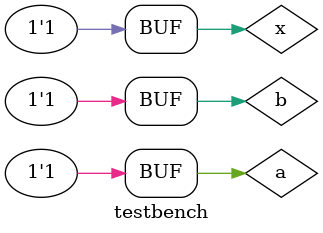
<source format=v>
module testbench();

	reg a, b, x;
	wire y;

	mul_1bit MULTIPLEX_1BIT(
	.x(x),
	.a(a),
	.b(b),
	.y(y)
	);

	always @ (*) begin
		$display ("x = %b a = %b, b = %b, y = %b", x, a, b, y);
	end
	
	initial begin
		#1; a = 0; b = 0; x = 0;
		#1; a = 1; b = 0; x = 0;
		#1; a = 0; b = 1; x = 0;
		#1; a = 1; b = 1; x = 0;
		#1; a = 0; b = 0; x = 1;
		#1; a = 1; b = 0; x = 1;
		#1; a = 0; b = 1; x = 1;
		#1; a = 1; b = 1; x = 1;
	end

endmodule
</source>
